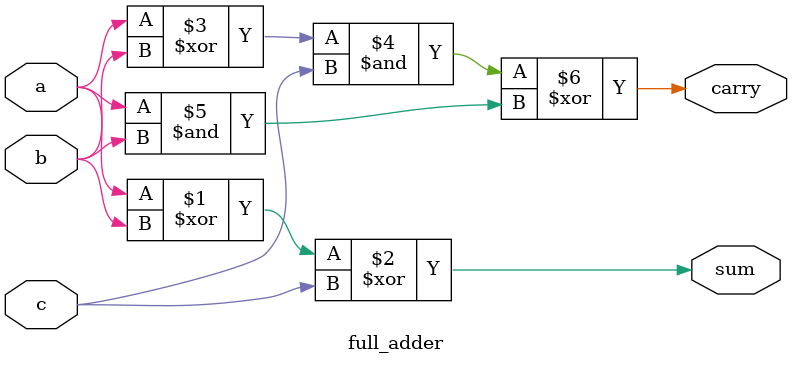
<source format=v>
`timescale 1ns / 1ps


module full_adder(
    input a,
    input b,
    input c,
    output sum,
    output carry
    );
    assign sum = a^b^c;
    assign carry = ((a^b)&c)^(a&b);
endmodule

</source>
